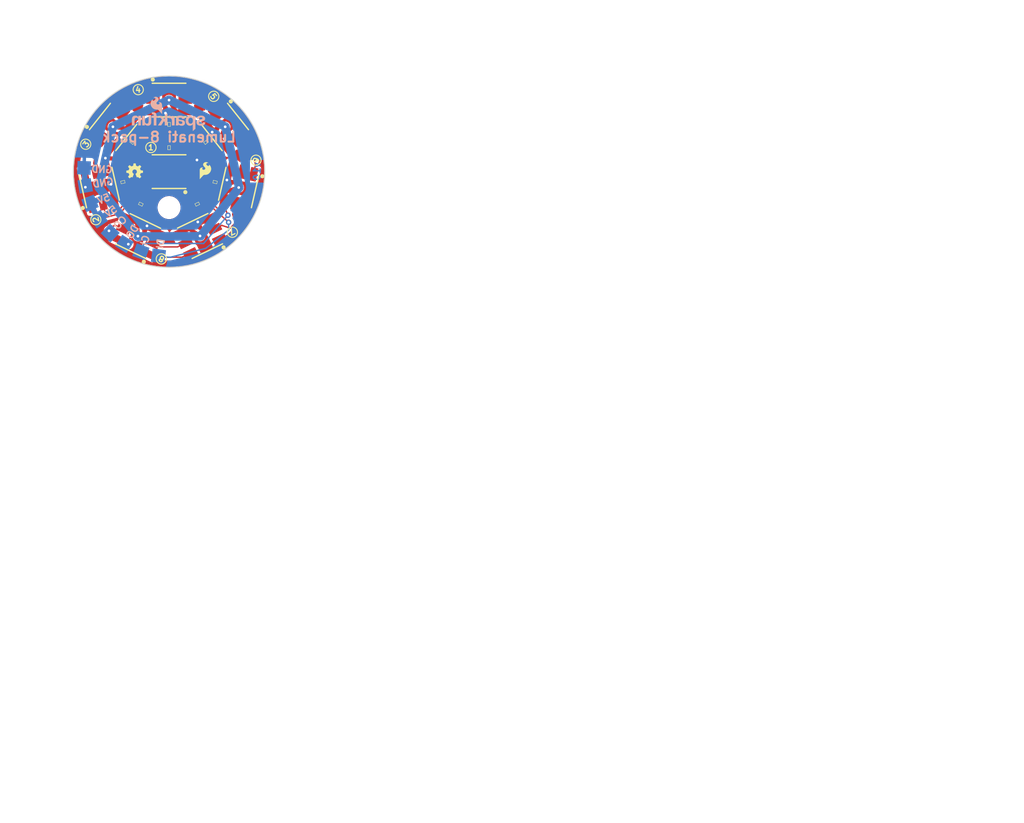
<source format=kicad_pcb>
(kicad_pcb (version 20221018) (generator pcbnew)
  (layers (0 "F.Cu" signal) (31 "B.Cu" signal) (34 "B.Paste" user) (35 "F.Paste" user) (36 "B.SilkS" user "B.Silkscreen") (37 "F.SilkS" user "F.Silkscreen") (38 "B.Mask" user) (39 "F.Mask" user) (44 "Edge.Cuts" user))
  (net 0 "")
  (net 1 "+5V")
  (net 2 "GND")
  (net 3 "Net-(J1-Pad1)")
  (net 4 "Net-(J2-Pad1)")
  (net 5 "Net-(J5-Pad1)")
  (net 6 "Net-(J6-Pad1)")
  (net 7 "Net-(LED1-Pad6)")
  (net 8 "Net-(LED1-Pad5)")
  (net 9 "Net-(LED2-Pad5)")
  (net 10 "Net-(LED2-Pad6)")
  (net 11 "Net-(LED3-Pad6)")
  (net 12 "Net-(LED3-Pad5)")
  (net 13 "Net-(LED4-Pad5)")
  (net 14 "Net-(LED4-Pad6)")
  (net 15 "Net-(LED5-Pad6)")
  (net 16 "Net-(LED5-Pad5)")
  (net 17 "Net-(LED6-Pad5)")
  (net 18 "Net-(LED6-Pad6)")
  (net 19 "Net-(LED7-Pad6)")
  (net 20 "Net-(LED7-Pad5)")
  (footprint "Pete:0603_revised" (layer "F.Cu") (at 146.685 94.234)
    (fp_text reference "C1" hide)
    (fp_text value "C" hide)
    (pad "1" smd rect (at -0.84836 0) (size 1.09982 0.99822) (layers "F.Cu" "F.Paste" "F.Mask") (net 1 "+5V"))
    (pad "2" smd rect (at 0.84836 0) (size 1.09982 0.99822) (layers "F.Cu" "F.Paste" "F.Mask") (net 2 "GND"))
  )
  (footprint "Pete:0603_revised" (layer "F.Cu") (at 139.827 99.3394 -77.2)
    (fp_text reference "C2" hide)
    (fp_text value "C" hide)
    (pad "1" smd rect (at -0.84836 0 282.8) (size 1.09982 0.99822) (layers "F.Cu" "F.Paste" "F.Mask") (net 1 "+5V"))
    (pad "2" smd rect (at 0.84836 0 282.8) (size 1.09982 0.99822) (layers "F.Cu" "F.Paste" "F.Mask") (net 2 "GND"))
  )
  (footprint "Pete:0603_revised" (layer "F.Cu") (at 141.1986 93.4212 -128.5)
    (fp_text reference "C3" hide)
    (fp_text value "C" hide)
    (pad "1" smd rect (at -0.84836 -0.000001 231.5) (size 1.09982 0.99822) (layers "F.Cu" "F.Paste" "F.Mask") (net 1 "+5V"))
    (pad "2" smd rect (at 0.84836 0.000001 231.5) (size 1.09982 0.99822) (layers "F.Cu" "F.Paste" "F.Mask") (net 2 "GND"))
  )
  (footprint "Pete:0603_revised" (layer "F.Cu") (at 146.685 90.7796 180)
    (fp_text reference "C4" hide)
    (fp_text value "C" hide)
    (pad "1" smd rect (at -0.84836 0 180) (size 1.09982 0.99822) (layers "F.Cu" "F.Paste" "F.Mask") (net 1 "+5V"))
    (pad "2" smd rect (at 0.84836 0 180) (size 1.09982 0.99822) (layers "F.Cu" "F.Paste" "F.Mask") (net 2 "GND"))
  )
  (footprint "Pete:0603_revised" (layer "F.Cu") (at 152.1714 93.4212 128.5)
    (fp_text reference "C5" hide)
    (fp_text value "C" hide)
    (pad "1" smd rect (at -0.84836 0.000001 128.5) (size 1.09982 0.99822) (layers "F.Cu" "F.Paste" "F.Mask") (net 1 "+5V"))
    (pad "2" smd rect (at 0.84836 -0.000001 128.5) (size 1.09982 0.99822) (layers "F.Cu" "F.Paste" "F.Mask") (net 2 "GND"))
  )
  (footprint "Pete:0603_revised" (layer "F.Cu") (at 153.5176 99.3394 77.2)
    (fp_text reference "C6" hide)
    (fp_text value "C" hide)
    (pad "1" smd rect (at -0.84836 0 77.2) (size 1.09982 0.99822) (layers "F.Cu" "F.Paste" "F.Mask") (net 1 "+5V"))
    (pad "2" smd rect (at 0.84836 0 77.2) (size 1.09982 0.99822) (layers "F.Cu" "F.Paste" "F.Mask") (net 2 "GND"))
  )
  (footprint "Pete:0603_revised" (layer "F.Cu") (at 150.876 102.616 -64.3)
    (fp_text reference "C7" hide)
    (fp_text value "C" hide)
    (pad "1" smd rect (at -0.84836 0 295.7) (size 1.09982 0.99822) (layers "F.Cu" "F.Paste" "F.Mask") (net 1 "+5V"))
    (pad "2" smd rect (at 0.84836 0 295.7) (size 1.09982 0.99822) (layers "F.Cu" "F.Paste" "F.Mask") (net 2 "GND"))
  )
  (footprint "Pete:0603_revised" (layer "F.Cu") (at 142.494 102.616 64.3)
    (fp_text reference "C8" hide)
    (fp_text value "C" hide)
    (pad "1" smd rect (at -0.84836 0 64.3) (size 1.09982 0.99822) (layers "F.Cu" "F.Paste" "F.Mask") (net 1 "+5V"))
    (pad "2" smd rect (at 0.84836 0 64.3) (size 1.09982 0.99822) (layers "F.Cu" "F.Paste" "F.Mask") (net 2 "GND"))
  )
  (footprint "Pete:APA102_3" (layer "F.Cu") (at 146.685 97.79)
    (fp_text reference "U1" hide)
    (fp_text value "APA102" hide)
    (pad "1" smd rect (at 2.4 1.7) (size 2 1.1) (layers "F.Cu" "F.Paste" "F.Mask") (net 4 "Net-(J2-Pad1)"))
    (pad "2" smd rect (at 2.399998 0) (size 2 1.1) (layers "F.Cu" "F.Paste" "F.Mask") (net 3 "Net-(J1-Pad1)"))
    (pad "3" smd rect (at 2.4 -1.700001) (size 2 1.1) (layers "F.Cu" "F.Paste" "F.Mask") (net 2 "GND"))
    (pad "4" smd rect (at -2.4 -1.7 180) (size 2 1.1) (layers "F.Cu" "F.Paste" "F.Mask") (net 1 "+5V"))
    (pad "5" smd rect (at -2.399998 0 180) (size 2 1.1) (layers "F.Cu" "F.Paste" "F.Mask") (net 8 "Net-(LED1-Pad5)"))
    (pad "6" smd rect (at -2.4 1.700001 180) (size 2 1.1) (layers "F.Cu" "F.Paste" "F.Mask") (net 7 "Net-(LED1-Pad6)"))
  )
  (footprint "Pete:APA102_3" (layer "F.Cu") (at 136.3218 100.1522 -77.2)
    (fp_text reference "U2" hide)
    (fp_text value "APA102" hide)
    (pad "1" smd rect (at 2.4 1.700001 282.8) (size 2 1.1) (layers "F.Cu" "F.Paste" "F.Mask") (net 7 "Net-(LED1-Pad6)"))
    (pad "2" smd rect (at 2.399998 0 282.8) (size 2 1.1) (layers "F.Cu" "F.Paste" "F.Mask") (net 8 "Net-(LED1-Pad5)"))
    (pad "3" smd rect (at 2.4 -1.700001 282.8) (size 2 1.1) (layers "F.Cu" "F.Paste" "F.Mask") (net 2 "GND"))
    (pad "4" smd rect (at -2.4 -1.700001 102.8) (size 2 1.1) (layers "F.Cu" "F.Paste" "F.Mask") (net 1 "+5V"))
    (pad "5" smd rect (at -2.399998 0 102.8) (size 2 1.1) (layers "F.Cu" "F.Paste" "F.Mask") (net 9 "Net-(LED2-Pad5)"))
    (pad "6" smd rect (at -2.4 1.700001 102.8) (size 2 1.1) (layers "F.Cu" "F.Paste" "F.Mask") (net 10 "Net-(LED2-Pad6)"))
  )
  (footprint "Pete:APA102_3" (layer "F.Cu") (at 138.3792 91.1606 -128.5)
    (fp_text reference "U3" hide)
    (fp_text value "APA102" hide)
    (pad "1" smd rect (at 2.4 1.7 231.5) (size 2 1.1) (layers "F.Cu" "F.Paste" "F.Mask") (net 10 "Net-(LED2-Pad6)"))
    (pad "2" smd rect (at 2.399998 0 231.5) (size 2 1.1) (layers "F.Cu" "F.Paste" "F.Mask") (net 9 "Net-(LED2-Pad5)"))
    (pad "3" smd rect (at 2.4 -1.700001 231.5) (size 2 1.1) (layers "F.Cu" "F.Paste" "F.Mask") (net 2 "GND"))
    (pad "4" smd rect (at -2.4 -1.7 51.5) (size 2 1.1) (layers "F.Cu" "F.Paste" "F.Mask") (net 1 "+5V"))
    (pad "5" smd rect (at -2.399998 0 51.5) (size 2 1.1) (layers "F.Cu" "F.Paste" "F.Mask") (net 12 "Net-(LED3-Pad5)"))
    (pad "6" smd rect (at -2.4 1.700001 51.5) (size 2 1.1) (layers "F.Cu" "F.Paste" "F.Mask") (net 11 "Net-(LED3-Pad6)"))
  )
  (footprint "Pete:APA102_3" (layer "F.Cu") (at 146.685 87.1728 180)
    (fp_text reference "U4" hide)
    (fp_text value "APA102" hide)
    (pad "1" smd rect (at 2.4 1.7 180) (size 2 1.1) (layers "F.Cu" "F.Paste" "F.Mask") (net 11 "Net-(LED3-Pad6)"))
    (pad "2" smd rect (at 2.399998 0 180) (size 2 1.1) (layers "F.Cu" "F.Paste" "F.Mask") (net 12 "Net-(LED3-Pad5)"))
    (pad "3" smd rect (at 2.4 -1.700001 180) (size 2 1.1) (layers "F.Cu" "F.Paste" "F.Mask") (net 2 "GND"))
    (pad "4" smd rect (at -2.4 -1.7) (size 2 1.1) (layers "F.Cu" "F.Paste" "F.Mask") (net 1 "+5V"))
    (pad "5" smd rect (at -2.399998 0) (size 2 1.1) (layers "F.Cu" "F.Paste" "F.Mask") (net 13 "Net-(LED4-Pad5)"))
    (pad "6" smd rect (at -2.4 1.700001) (size 2 1.1) (layers "F.Cu" "F.Paste" "F.Mask") (net 14 "Net-(LED4-Pad6)"))
  )
  (footprint "Pete:APA102_3" (layer "F.Cu") (at 154.9654 91.1606 128.5)
    (fp_text reference "U5" hide)
    (fp_text value "APA102" hide)
    (pad "1" smd rect (at 2.399999 1.7 128.5) (size 2 1.1) (layers "F.Cu" "F.Paste" "F.Mask") (net 14 "Net-(LED4-Pad6)"))
    (pad "2" smd rect (at 2.399998 0 128.5) (size 2 1.1) (layers "F.Cu" "F.Paste" "F.Mask") (net 13 "Net-(LED4-Pad5)"))
    (pad "3" smd rect (at 2.4 -1.700001 128.5) (size 2 1.1) (layers "F.Cu" "F.Paste" "F.Mask") (net 2 "GND"))
    (pad "4" smd rect (at -2.399999 -1.7 308.5) (size 2 1.1) (layers "F.Cu" "F.Paste" "F.Mask") (net 1 "+5V"))
    (pad "5" smd rect (at -2.399998 0 308.5) (size 2 1.1) (layers "F.Cu" "F.Paste" "F.Mask") (net 16 "Net-(LED5-Pad5)"))
    (pad "6" smd rect (at -2.4 1.700001 308.5) (size 2 1.1) (layers "F.Cu" "F.Paste" "F.Mask") (net 15 "Net-(LED5-Pad6)"))
  )
  (footprint "Pete:APA102_3" (layer "F.Cu") (at 157.0228 100.1522 77.2)
    (fp_text reference "U6" hide)
    (fp_text value "APA102" hide)
    (pad "1" smd rect (at 2.4 1.7 77.2) (size 2 1.1) (layers "F.Cu" "F.Paste" "F.Mask") (net 15 "Net-(LED5-Pad6)"))
    (pad "2" smd rect (at 2.399998 0 77.2) (size 2 1.1) (layers "F.Cu" "F.Paste" "F.Mask") (net 16 "Net-(LED5-Pad5)"))
    (pad "3" smd rect (at 2.4 -1.700001 77.2) (size 2 1.1) (layers "F.Cu" "F.Paste" "F.Mask") (net 2 "GND"))
    (pad "4" smd rect (at -2.4 -1.7 257.2) (size 2 1.1) (layers "F.Cu" "F.Paste" "F.Mask") (net 1 "+5V"))
    (pad "5" smd rect (at -2.399998 0 257.2) (size 2 1.1) (layers "F.Cu" "F.Paste" "F.Mask") (net 17 "Net-(LED6-Pad5)"))
    (pad "6" smd rect (at -2.4 1.700001 257.2) (size 2 1.1) (layers "F.Cu" "F.Paste" "F.Mask") (net 18 "Net-(LED6-Pad6)"))
  )
  (footprint "Pete:APA102_3" (layer "F.Cu") (at 151.2824 107.3404 25.7)
    (fp_text reference "U7" hide)
    (fp_text value "APA102" hide)
    (pad "1" smd rect (at 2.4 1.7 25.7) (size 2 1.1) (layers "F.Cu" "F.Paste" "F.Mask") (net 18 "Net-(LED6-Pad6)"))
    (pad "2" smd rect (at 2.399998 0 25.7) (size 2 1.1) (layers "F.Cu" "F.Paste" "F.Mask") (net 17 "Net-(LED6-Pad5)"))
    (pad "3" smd rect (at 2.4 -1.700001 25.7) (size 2 1.1) (layers "F.Cu" "F.Paste" "F.Mask") (net 2 "GND"))
    (pad "4" smd rect (at -2.4 -1.7 205.7) (size 2 1.1) (layers "F.Cu" "F.Paste" "F.Mask") (net 1 "+5V"))
    (pad "5" smd rect (at -2.399998 0 205.7) (size 2 1.1) (layers "F.Cu" "F.Paste" "F.Mask") (net 20 "Net-(LED7-Pad5)"))
    (pad "6" smd rect (at -2.4 1.700001 205.7) (size 2 1.1) (layers "F.Cu" "F.Paste" "F.Mask") (net 19 "Net-(LED7-Pad6)"))
  )
  (footprint "Pete:APA102_3" (layer "F.Cu") (at 142.0876 107.3658 -25.7)
    (fp_text reference "U8" hide)
    (fp_text value "APA102" hide)
    (pad "1" smd rect (at 2.4 1.7 334.3) (size 2 1.1) (layers "F.Cu" "F.Paste" "F.Mask") (net 19 "Net-(LED7-Pad6)"))
    (pad "2" smd rect (at 2.399998 0 334.3) (size 2 1.1) (layers "F.Cu" "F.Paste" "F.Mask") (net 20 "Net-(LED7-Pad5)"))
    (pad "3" smd rect (at 2.4 -1.700001 334.3) (size 2 1.1) (layers "F.Cu" "F.Paste" "F.Mask") (net 2 "GND"))
    (pad "4" smd rect (at -2.4 -1.7 154.3) (size 2 1.1) (layers "F.Cu" "F.Paste" "F.Mask") (net 1 "+5V"))
    (pad "5" smd rect (at -2.399998 0 154.3) (size 2 1.1) (layers "F.Cu" "F.Paste" "F.Mask") (net 5 "Net-(J5-Pad1)"))
    (pad "6" smd rect (at -2.4 1.700001 154.3) (size 2 1.1) (layers "F.Cu" "F.Paste" "F.Mask") (net 6 "Net-(J6-Pad1)"))
  )
  (footprint "Pete:line" (layer "F.Cu") (at 146.685 97.79 51.4)
    (fp_text reference "REF**" hide)
    (fp_text value "line" hide)
  )
  (footprint "Pete:line" (layer "F.Cu") (at 146.685 97.79 -51.4)
    (fp_text reference "REF**" hide)
    (fp_text value "line" hide)
  )
  (footprint "Pete:line" (layer "F.Cu") (at 146.685 97.79)
    (fp_text reference "REF**" hide)
    (fp_text value "line" hide)
  )
  (footprint "Pete:line" (layer "F.Cu") (at 146.685 97.79)
    (fp_text reference "REF**" hide)
    (fp_text value "line" hide)
  )
  (footprint "Pete:line" (layer "F.Cu") (at 146.685 97.79 154.3)
    (fp_text reference "REF**" hide)
    (fp_text value "line" hide)
  )
  (footprint "Pete:line" (layer "F.Cu") (at 146.685 97.79 102.8)
    (fp_text reference "REF**" hide)
    (fp_text value "line" hide)
  )
  (footprint "SparkFun:SFE_LOGO_FLAME_.1" (layer "F.Cu") (at 150.9268 99.2632)
    (fp_text reference "" (at 0 0) (layer "F.SilkS") (effects (font (size 1.524 1.524))))
    (fp_text value "" (at 0 0) (layer "F.SilkS") (effects (font (size 1.524 1.524))))
  )
  (footprint "SparkFun:OSHW-LOGO-MINI" (layer "F.Cu") (at 141.5796 97.79)
    (fp_text reference "" (at 0 0) (layer "F.SilkS") (effects (font (size 1.524 1.524))))
    (fp_text value "" (at 0 0) (layer "F.SilkS") (effects (font (size 1.524 1.524))))
  )
  (footprint "SparkFun:FIDUCIAL-MICRO" (layer "F.Cu") (at 133.5532 94.8944)
    (fp_text reference "" (at 0 0) (layer "F.SilkS") (effects (font (size 1.524 1.524))))
    (fp_text value "" (at 0 0) (layer "F.SilkS") (effects (font (size 1.524 1.524))))
    (pad "1" smd circle (at 0 0) (size 0.635 0.635) (layers "F.Cu" "F.Paste" "F.Mask"))
  )
  (footprint "SparkFun:FIDUCIAL-MICRO" (layer "F.Cu") (at 159.766 94.615)
    (fp_text reference "" (at 0 0) (layer "F.SilkS") (effects (font (size 1.524 1.524))))
    (fp_text value "" (at 0 0) (layer "F.SilkS") (effects (font (size 1.524 1.524))))
    (pad "1" smd circle (at 0 0) (size 0.635 0.635) (layers "F.Cu" "F.Paste" "F.Mask"))
  )
  (footprint "Pete:STAND-OFF_115" (layer "F.Cu") (at 146.685 103.124)
    (fp_text reference "Ref**" hide)
    (fp_text value "Val**" hide)
    (pad "" np_thru_hole circle (at 0 0) (size 2.921 2.921) (drill 2.921) (layers "*.Cu" "*.Mask"))
  )
  (footprint "Pete:solder_pad_2" (layer "B.Cu") (at 142.494 109.7026 -20)
    (fp_text reference "J1" hide)
    (fp_text value "M01PTH")
    (pad "1" smd rect (at 0 0 340) (size 2 2) (layers "B.Cu" "B.Paste" "B.Mask") (net 3 "Net-(J1-Pad1)"))
  )
  (footprint "Pete:solder_pad_2" (layer "B.Cu") (at 145.1102 110.3122 -8)
    (fp_text reference "J2" hide)
    (fp_text value "M01PTH")
    (pad "1" smd rect (at 0 0 352) (size 2 2) (layers "B.Cu" "B.Paste" "B.Mask") (net 4 "Net-(J2-Pad1)"))
  )
  (footprint "Pete:solder_pad_2" (layer "B.Cu") (at 136.2202 104.8512 -56)
    (fp_text reference "J3" hide)
    (fp_text value "M01PTH")
    (pad "1" smd rect (at 0 0 304) (size 2 2) (layers "B.Cu" "B.Paste" "B.Mask") (net 1 "+5V"))
  )
  (footprint "Pete:solder_pad_2" (layer "B.Cu") (at 134.239 99.8982 -80)
    (fp_text reference "J4" hide)
    (fp_text value "M01PTH")
    (pad "1" smd rect (at 0 0 280) (size 2 2) (layers "B.Cu" "B.Paste" "B.Mask") (net 2 "GND"))
  )
  (footprint "Pete:solder_pad_2" (layer "B.Cu") (at 137.9474 106.9086 -44)
    (fp_text reference "J5" hide)
    (fp_text value "M01PTH")
    (pad "1" smd rect (at 0 0 316) (size 2 2) (layers "B.Cu" "B.Paste" "B.Mask") (net 5 "Net-(J5-Pad1)"))
  )
  (footprint "Pete:solder_pad_2" (layer "B.Cu") (at 140.0556 108.5342 -32)
    (fp_text reference "J6" hide)
    (fp_text value "M01PTH")
    (pad "1" smd rect (at 0 0 328) (size 2 2) (layers "B.Cu" "B.Paste" "B.Mask") (net 6 "Net-(J6-Pad1)"))
  )
  (footprint "Pete:line" (layer "B.Cu") (at 146.685 97.79 77.2)
    (fp_text reference "REF**" hide)
    (fp_text value "line" hide)
  )
  (footprint "Pete:line" (layer "B.Cu") (at 146.685 97.79 25.7)
    (fp_text reference "REF**" hide)
    (fp_text value "line" hide)
  )
  (footprint "Pete:solder_pad_2" (layer "B.Cu") (at 134.9502 102.489 -68)
    (fp_text reference "J7" hide)
    (fp_text value "M01PTH")
    (pad "1" smd rect (at 0 0 292) (size 2 2) (layers "B.Cu" "B.Paste" "B.Mask") (net 1 "+5V"))
  )
  (footprint "Pete:solder_pad_2" (layer "B.Cu") (at 134.0612 97.2312 -92)
    (fp_text reference "J8" hide)
    (fp_text value "M01PTH")
    (pad "1" smd rect (at 0 0 268) (size 2 2) (layers "B.Cu" "B.Paste" "B.Mask") (net 2 "GND"))
  )
  (footprint "SparkFun:SFE_LOGO_NAME_FLAME_.1" (layer "B.Cu") (at 152.5016 91.8718 180)
    (fp_text reference "" (at 0 0 180) (layer "B.SilkS") (effects (font (size 1.524 1.524)) (justify mirror)))
    (fp_text value "" (at 0 0 180) (layer "B.SilkS") (effects (font (size 1.524 1.524)) (justify mirror)))
  )
  (gr_circle (center 135.8138 104.9274) (end 136.3218 105.4862) (stroke (width 0.15)) (fill none) (layer "F.SilkS"))
  (gr_circle (center 134.3152 93.726) (end 134.8994 94.2086) (stroke (width 0.15)) (fill none) (layer "F.SilkS"))
  (gr_circle (center 142.113 85.6234) (end 142.6972 86.106) (stroke (width 0.15)) (fill none) (layer "F.SilkS"))
  (gr_circle (center 143.9926 94.2086) (end 144.6276 94.6404) (stroke (width 0.15)) (fill none) (layer "F.SilkS"))
  (gr_circle (center 153.3144 86.614) (end 154.0256 86.8934) (stroke (width 0.15)) (fill none) (layer "F.SilkS"))
  (gr_circle (center 159.5882 96.0882) (end 160.274 96.393) (stroke (width 0.15)) (fill none) (layer "F.SilkS"))
  (gr_circle (center 156.083 106.7816) (end 156.7434 107.1626) (stroke (width 0.15)) (fill none) (layer "F.SilkS"))
  (gr_circle (center 145.542 110.744) (end 146.177 111.1758) (stroke (width 0.15)) (fill none) (layer "F.SilkS"))
  (gr_circle (center 146.685 97.79) (end 157.226 107.315) (stroke (width 0.15)) (fill none) (layer "Edge.Cuts"))
  (gr_text "v10" (at 159.7406 97.7646 90) (layer "B.Cu") (effects (font (size 1.016 1.016) (thickness 0.2032)) (justify mirror)))
  (gr_text "GND" (at 136.7282 97.4598 -2) (layer "B.SilkS") (effects (font (size 1.016 1.016) (thickness 0.2032)) (justify mirror)))
  (gr_text "5V" (at 136.9822 101.854 22) (layer "B.SilkS") (effects (font (size 1.016 1.016) (thickness 0.2032)) (justify mirror)))
  (gr_text "5V" (at 138.049 103.7082 34) (layer "B.SilkS") (effects (font (size 1.016 1.016) (thickness 0.2032)) (justify mirror)))
  (gr_text "GND" (at 136.8806 99.441 10) (layer "B.SilkS") (effects (font (size 1.016 1.016) (thickness 0.2032)) (justify mirror)))
  (gr_text "CO" (at 139.446 105.3592 46) (layer "B.SilkS") (effects (font (size 1.016 1.016) (thickness 0.2032)) (justify mirror)))
  (gr_text "CI" (at 143.129 108.0008 70) (layer "B.SilkS") (effects (font (size 1.016 1.016) (thickness 0.2032)) (justify mirror)))
  (gr_text "DO" (at 141.2494 106.7308 58) (layer "B.SilkS") (effects (font (size 1.016 1.016) (thickness 0.2032)) (justify mirror)))
  (gr_text "Lumenati 8-pack" (at 146.685 92.6592) (layer "B.SilkS") (effects (font (size 1.5 1.5) (thickness 0.3)) (justify mirror)))
  (gr_text "DI" (at 145.415 108.5088 82) (layer "B.SilkS") (effects (font (size 1.016 1.016) (thickness 0.2032)) (justify mirror)))
  (gr_text "2" (at 135.8392 104.902 102.8) (layer "F.SilkS") (effects (font (size 0.8128 0.8128) (thickness 0.1778))))
  (gr_text "3" (at 134.3914 93.726 51.5) (layer "F.SilkS") (effects (font (size 0.8128 0.8128) (thickness 0.1778))))
  (gr_text "4" (at 142.0876 85.6488) (layer "F.SilkS") (effects (font (size 0.8128 0.8128) (thickness 0.1778))))
  (gr_text "5" (at 153.2636 86.6394 308.5) (layer "F.SilkS") (effects (font (size 0.8128 0.8128) (thickness 0.1778))))
  (gr_text "6" (at 159.5628 96.0882 257.2) (layer "F.SilkS") (effects (font (size 0.8128 0.8128) (thickness 0.1778))))
  (gr_text "7" (at 156.0322 106.7054 205.7) (layer "F.SilkS") (effects (font (size 0.8128 0.8128) (thickness 0.1778))))
  (gr_text "8" (at 145.5674 110.7186 154.3) (layer "F.SilkS") (effects (font (size 0.8128 0.8128) (thickness 0.1778))))
  (gr_text "1" (at 143.9926 94.2086) (layer "F.SilkS") (effects (font (size 0.8128 0.8128) (thickness 0.1778))))
  (segment (start 154.83333 102.115926) (end 153.5684 101.8032) (width 0.3048) (layer "F.Cu") (net 1))
  (segment (start 153.5684 101.8032) (end 153.0858 101.1936) (width 0.3048) (layer "F.Cu") (net 1))
  (segment (start 153.0858 101.1936) (end 153.329647 100.166678) (width 0.3048) (layer "F.Cu") (net 1))
  (segment (start 155.129001 94.097134) (end 154.2288 94.7928) (width 0.3048) (layer "F.Cu") (net 1))
  (segment (start 154.2288 94.7928) (end 153.3652 94.8944) (width 0.3048) (layer "F.Cu") (net 1))
  (segment (start 153.3652 94.8944) (end 152.699517 94.085133) (width 0.3048) (layer "F.Cu") (net 1))
  (segment (start 149.085 88.8728) (end 149.098 90.0176) (width 0.3048) (layer "F.Cu") (net 1))
  (segment (start 149.098 90.0176) (end 148.59 90.7796) (width 0.3048) (layer "F.Cu") (net 1))
  (segment (start 148.59 90.7796) (end 147.53336 90.7796) (width 0.3048) (layer "F.Cu") (net 1))
  (segment (start 141.203669 90.340615) (end 142.0876 91.059) (width 0.3048) (layer "F.Cu") (net 1))
  (segment (start 142.0876 91.059) (end 142.3924 91.948) (width 0.3048) (layer "F.Cu") (net 1))
  (segment (start 142.3924 91.948) (end 141.726717 92.757267) (width 0.3048) (layer "F.Cu") (net 1))
  (segment (start 137.447838 97.435209) (end 138.557 97.155) (width 0.3048) (layer "F.Cu") (net 1))
  (segment (start 138.557 97.155) (end 139.4206 97.4852) (width 0.3048) (layer "F.Cu") (net 1))
  (segment (start 139.4206 97.4852) (end 139.639047 98.512122) (width 0.3048) (layer "F.Cu") (net 1))
  (segment (start 141.203669 90.340615) (end 140.2842 91.3892) (width 0.6096) (layer "F.Cu") (net 1))
  (segment (start 140.2842 91.3892) (end 138.3538 91.1352) (width 0.6096) (layer "F.Cu") (net 1))
  (segment (start 149.085 88.8728) (end 147.701 88.8746) (width 0.6096) (layer "F.Cu") (net 1))
  (segment (start 147.701 88.8746) (end 146.685 87.1728) (width 0.6096) (layer "F.Cu") (net 1))
  (segment (start 155.129001 94.097134) (end 154.2796 92.9894) (width 0.6096) (layer "F.Cu") (net 1))
  (segment (start 154.2796 92.9894) (end 155.0162 91.1352) (width 0.6096) (layer "F.Cu") (net 1))
  (segment (start 154.83333 102.115926) (end 155.1686 100.7618) (width 0.6096) (layer "F.Cu") (net 1))
  (segment (start 155.1686 100.7618) (end 157.0228 100.1522) (width 0.6096) (layer "F.Cu") (net 1))
  (segment (start 148.382595 106.849351) (end 149.619135 106.301539) (width 0.6096) (layer "F.Cu") (net 1))
  (segment (start 149.6822 106.2736) (end 151.2824 107.3404) (width 0.6096) (layer "F.Cu") (net 1))
  (segment (start 140.662236 104.793187) (end 141.9352 105.41) (width 0.6096) (layer "F.Cu") (net 1))
  (segment (start 141.9352 105.41) (end 142.0622 107.3658) (width 0.6096) (layer "F.Cu") (net 1))
  (segment (start 144.285 94.9068) (end 144.9578 94.234) (width 0.4064) (layer "F.Cu") (net 1))
  (segment (start 144.9578 94.234) (end 145.83664 94.234) (width 0.4064) (layer "F.Cu") (net 1))
  (segment (start 137.447838 97.435209) (end 137.1346 96.0628) (width 0.6096) (layer "F.Cu") (net 1))
  (segment (start 137.1346 96.0628) (end 137.2362 95.7834) (width 0.6096) (layer "F.Cu") (net 1))
  (segment (start 144.285 96.09) (end 142.5448 96.0882) (width 0.6096) (layer "F.Cu") (net 1))
  (segment (start 142.5448 96.0882) (end 137.2362 95.7834) (width 0.6096) (layer "F.Cu") (net 1))
  (segment (start 142.126101 103.380438) (end 141.8336 103.9876) (width 0.4064) (layer "F.Cu") (net 1))
  (segment (start 141.8336 103.9876) (end 141.097 104.1654) (width 0.4064) (layer "F.Cu") (net 1))
  (segment (start 141.097 104.1654) (end 140.9192 104.2162) (width 0.4064) (layer "F.Cu") (net 1))
  (segment (start 140.9192 104.2162) (end 140.662236 104.793187) (width 0.4064) (layer "F.Cu") (net 1))
  (segment (start 149.619135 106.301539) (end 149.6822 106.2736) (width 0.6096) (layer "F.Cu") (net 1))
  (segment (start 149.619135 106.301539) (end 149.6314 102.2858) (width 0.4064) (layer "F.Cu") (net 1))
  (segment (start 149.6314 102.2858) (end 150.508101 101.851562) (width 0.4064) (layer "F.Cu") (net 1))
  (segment (start 144.285 96.09) (end 144.285 94.9068) (width 0.4064) (layer "F.Cu") (net 1))
  (via (at 151.2824 107.3404) (size 0.8) (drill 0.4) (layers "F.Cu" "B.Cu") (net 1))
  (via (at 142.0622 107.3658) (size 0.8) (drill 0.4) (layers "F.Cu" "B.Cu") (net 1))
  (via (at 155.0162 91.1352) (size 0.8) (drill 0.4) (layers "F.Cu" "B.Cu") (net 1))
  (via (at 137.2362 95.7834) (size 0.8) (drill 0.4) (layers "F.Cu" "B.Cu") (net 1))
  (via (at 138.3538 91.1352) (size 0.8) (drill 0.4) (layers "F.Cu" "B.Cu") (net 1))
  (via (at 146.685 87.1728) (size 0.8) (drill 0.4) (layers "F.Cu" "B.Cu") (net 1))
  (via (at 157.0228 100.1522) (size 0.8) (drill 0.4) (layers "F.Cu" "B.Cu") (net 1))
  (segment (start 146.685 87.122) (end 146.704745 87.131422) (width 1.27) (layer "B.Cu") (net 1))
  (segment (start 155.0416 91.1098) (end 157.099 100.1522) (width 1.27) (layer "B.Cu") (net 1))
  (segment (start 157.099 100.1522) (end 151.338238 107.384875) (width 1.27) (layer "B.Cu") (net 1))
  (segment (start 151.3332 107.3912) (end 142.062339 107.4166) (width 1.27) (layer "B.Cu") (net 1))
  (segment (start 142.0622 107.4166) (end 138.6332 103.13035) (width 1.27) (layer "B.Cu") (net 1))
  (segment (start 136.271 100.1776) (end 137.266446 95.790264) (width 1.27) (layer "B.Cu") (net 1))
  (segment (start 138.3284 91.1098) (end 146.685 87.122) (width 1.27) (layer "B.Cu") (net 1))
  (segment (start 138.3538 91.1352) (end 138.324163 91.128476) (width 0.6096) (layer "B.Cu") (net 1))
  (segment (start 138.324163 91.128476) (end 138.324163 91.128474) (width 0.6096) (layer "B.Cu") (net 1))
  (segment (start 138.324163 91.128474) (end 138.3284 91.1098) (width 1.27) (layer "B.Cu") (net 1))
  (segment (start 146.685 87.1728) (end 146.704745 87.131423) (width 0.6096) (layer "B.Cu") (net 1))
  (segment (start 146.704745 87.131423) (end 146.704745 87.131422) (width 0.6096) (layer "B.Cu") (net 1))
  (segment (start 146.704745 87.131422) (end 155.030784 91.104639) (width 1.27) (layer "B.Cu") (net 1))
  (segment (start 155.0162 91.1352) (end 155.030784 91.104639) (width 0.6096) (layer "B.Cu") (net 1))
  (segment (start 155.030784 91.104639) (end 155.0416 91.1098) (width 1.27) (layer "B.Cu") (net 1))
  (segment (start 157.0228 100.1522) (end 157.095249 100.135716) (width 0.6096) (layer "B.Cu") (net 1))
  (segment (start 157.095249 100.135716) (end 157.099 100.1522) (width 0.6096) (layer "B.Cu") (net 1))
  (segment (start 151.2824 107.3404) (end 151.338238 107.384875) (width 0.6096) (layer "B.Cu") (net 1))
  (segment (start 151.338238 107.384875) (end 151.3332 107.3912) (width 1.27) (layer "B.Cu") (net 1))
  (segment (start 142.0622 107.3658) (end 142.062339 107.4166) (width 0.6096) (layer "B.Cu") (net 1))
  (segment (start 142.062339 107.4166) (end 142.0622 107.4166) (width 1.27) (layer "B.Cu") (net 1))
  (segment (start 136.288346 100.199282) (end 136.271 100.1776) (width 1.27) (layer "B.Cu") (net 1))
  (segment (start 137.2362 95.7834) (end 137.266446 95.790263) (width 0.6096) (layer "B.Cu") (net 1))
  (segment (start 137.266446 95.790263) (end 137.266446 95.790264) (width 0.6096) (layer "B.Cu") (net 1))
  (segment (start 137.266446 95.790264) (end 138.324163 91.128474) (width 1.27) (layer "B.Cu") (net 1))
  (segment (start 136.2202 104.8512) (end 138.762059 103.291423) (width 0.8128) (layer "B.Cu") (net 1))
  (segment (start 138.762059 103.291423) (end 138.6332 103.3272) (width 0.8128) (layer "B.Cu") (net 1))
  (segment (start 138.6332 103.3272) (end 138.6332 103.13035) (width 0.8128) (layer "B.Cu") (net 1))
  (segment (start 138.6332 103.13035) (end 137.313737 101.481021) (width 1.27) (layer "B.Cu") (net 1))
  (segment (start 136.2202 104.8512) (end 134.9502 102.489) (width 0.8128) (layer "B.Cu") (net 1))
  (segment (start 134.9502 102.489) (end 137.313737 101.481021) (width 0.8128) (layer "B.Cu") (net 1))
  (segment (start 137.313737 101.481021) (end 136.288346 100.199282) (width 1.27) (layer "B.Cu") (net 1))
  (segment (start 138.215599 94.097134) (end 138.938 94.742) (width 0.3048) (layer "F.Cu") (net 2))
  (segment (start 138.938 94.742) (end 139.954 94.869) (width 0.3048) (layer "F.Cu") (net 2))
  (segment (start 139.954 94.869) (end 140.670483 94.085133) (width 0.3048) (layer "F.Cu") (net 2))
  (segment (start 155.896762 97.435209) (end 154.7876 97.1804) (width 0.3048) (layer "F.Cu") (net 2))
  (segment (start 154.7876 97.1804) (end 153.9748 97.4852) (width 0.3048) (layer "F.Cu") (net 2))
  (segment (start 153.9748 97.4852) (end 153.705553 98.512122) (width 0.3048) (layer "F.Cu") (net 2))
  (segment (start 152.140931 90.340615) (end 151.2062 91.0082) (width 0.3048) (layer "F.Cu") (net 2))
  (segment (start 151.2062 91.0082) (end 151.003 91.8972) (width 0.3048) (layer "F.Cu") (net 2))
  (segment (start 151.003 91.8972) (end 151.643283 92.757267) (width 0.3048) (layer "F.Cu") (net 2))
  (segment (start 144.285 88.8728) (end 144.272 90.0176) (width 0.3048) (layer "F.Cu") (net 2))
  (segment (start 144.272 90.0176) (end 144.78 90.7796) (width 0.3048) (layer "F.Cu") (net 2))
  (segment (start 144.78 90.7796) (end 145.83664 90.7796) (width 0.3048) (layer "F.Cu") (net 2))
  (segment (start 138.51127 102.115926) (end 139.6238 101.854) (width 0.3048) (layer "F.Cu") (net 2))
  (segment (start 139.6238 101.854) (end 140.2334 101.1936) (width 0.3048) (layer "F.Cu") (net 2))
  (segment (start 140.2334 101.1936) (end 140.014953 100.166678) (width 0.3048) (layer "F.Cu") (net 2))
  (segment (start 138.215599 94.097134) (end 139.0904 92.9894) (width 0.6096) (layer "F.Cu") (net 2))
  (segment (start 139.0904 92.9894) (end 139.6238 92.6846) (width 0.6096) (layer "F.Cu") (net 2))
  (segment (start 139.6238 92.6846) (end 139.5984 92.71) (width 0.6096) (layer "F.Cu") (net 2))
  (segment (start 144.285 88.8728) (end 145.6944 88.8746) (width 0.6096) (layer "F.Cu") (net 2))
  (segment (start 145.6944 88.8746) (end 146.1516 89.1032) (width 0.6096) (layer "F.Cu") (net 2))
  (segment (start 152.140931 90.340615) (end 153.0604 91.4146) (width 0.6096) (layer "F.Cu") (net 2))
  (segment (start 153.0604 91.4146) (end 153.0858 91.948) (width 0.6096) (layer "F.Cu") (net 2))
  (segment (start 153.0858 91.948) (end 153.0858 91.9226) (width 0.6096) (layer "F.Cu") (net 2))
  (segment (start 155.896762 97.435209) (end 155.6004 98.806) (width 0.6096) (layer "F.Cu") (net 2))
  (segment (start 155.6004 98.806) (end 155.2702 99.0346) (width 0.6096) (layer "F.Cu") (net 2))
  (segment (start 152.707764 104.767787) (end 151.4348 105.3846) (width 0.6096) (layer "F.Cu") (net 2))
  (segment (start 151.4348 105.3846) (end 150.9522 105.2576) (width 0.6096) (layer "F.Cu") (net 2))
  (segment (start 149.085 94.9576) (end 148.3614 94.234) (width 0.4064) (layer "F.Cu") (net 2))
  (segment (start 148.3614 94.234) (end 147.53336 94.234) (width 0.4064) (layer "F.Cu") (net 2))
  (segment (start 144.987405 106.874751) (end 143.5608 106.1974) (width 0.6096) (layer "F.Cu") (net 2))
  (segment (start 143.5608 106.1974) (end 143.4084 105.8418) (width 0.6096) (layer "F.Cu") (net 2))
  (segment (start 138.51127 102.115926) (end 138.176 100.6602) (width 0.6096) (layer "F.Cu") (net 2))
  (segment (start 138.176 100.6602) (end 138.0744 99.6696) (width 0.6096) (layer "F.Cu") (net 2))
  (segment (start 149.085 96.09) (end 150.8252 96.0628) (width 0.6096) (layer "F.Cu") (net 2))
  (segment (start 142.861899 101.851562) (end 143.5354 102.1842) (width 0.4064) (layer "F.Cu") (net 2))
  (segment (start 143.5354 102.1842) (end 143.5354 105.2322) (width 0.4064) (layer "F.Cu") (net 2))
  (segment (start 143.5354 105.2322) (end 143.4084 105.8418) (width 0.4064) (layer "F.Cu") (net 2))
  (segment (start 134.2644 100.1014) (end 138.0744 99.6696) (width 1.016) (layer "F.Cu") (net 2))
  (segment (start 151.243899 103.380438) (end 151.5618 104.0384) (width 0.4064) (layer "F.Cu") (net 2))
  (segment (start 151.5618 104.0384) (end 152.4 104.0892) (width 0.4064) (layer "F.Cu") (net 2))
  (segment (start 152.4 104.0892) (end 152.707764 104.767787) (width 0.4064) (layer "F.Cu") (net 2))
  (segment (start 149.085 96.09) (end 149.085 94.9576) (width 0.4064) (layer "F.Cu") (net 2))
  (via (at 143.4084 105.8418) (size 0.8) (drill 0.4) (layers "F.Cu" "B.Cu") (net 2))
  (via (at 150.8252 96.0628) (size 0.8) (drill 0.4) (layers "F.Cu" "B.Cu") (net 2))
  (via (at 138.0744 99.6696) (size 0.8) (drill 0.4) (layers "F.Cu" "B.Cu") (net 2))
  (via (at 146.1516 89.1032) (size 0.8) (drill 0.4) (layers "F.Cu" "B.Cu") (net 2))
  (via (at 139.5984 92.71) (size 0.8) (drill 0.4) (layers "F.Cu" "B.Cu") (net 2))
  (via (at 150.9522 105.2576) (size 0.8) (drill 0.4) (layers "F.Cu" "B.Cu") (net 2))
  (via (at 134.2644 100.1014) (size 0.8) (drill 0.4) (layers "F.Cu" "B.Cu") (net 2))
  (via (at 155.2702 99.0346) (size 0.8) (drill 0.4) (layers "F.Cu" "B.Cu") (net 2))
  (via (at 153.0858 91.9226) (size 0.8) (drill 0.4) (layers "F.Cu" "B.Cu") (net 2))
  (segment (start 146.685 88.9) (end 153.06195 91.972107) (width 1.27) (layer "B.Cu") (net 2))
  (segment (start 153.6446 92.2528) (end 154.3812 95.496039) (width 1.27) (layer "B.Cu") (net 2))
  (segment (start 155.3464 99.7458) (end 150.93726 105.245622) (width 1.27) (layer "B.Cu") (net 2))
  (segment (start 150.5204 105.7656) (end 143.4084 105.7656) (width 1.27) (layer "B.Cu") (net 2))
  (segment (start 142.8496 105.7656) (end 138.294062 100.083165) (width 1.27) (layer "B.Cu") (net 2))
  (segment (start 138.0236 99.7458) (end 139.620425 92.715003) (width 1.27) (layer "B.Cu") (net 2))
  (segment (start 139.7254 92.2528) (end 146.685 88.9) (width 1.27) (layer "B.Cu") (net 2))
  (segment (start 138.035996 99.761262) (end 138.0236 99.7458) (width 1.27) (layer "B.Cu") (net 2))
  (segment (start 138.294062 100.083165) (end 138.035996 99.761262) (width 1.27) (layer "B.Cu") (net 2))
  (segment (start 139.5984 92.71) (end 139.620425 92.715002) (width 0.6096) (layer "B.Cu") (net 2))
  (segment (start 139.620425 92.715002) (end 139.620425 92.715003) (width 0.6096) (layer "B.Cu") (net 2))
  (segment (start 139.620425 92.715003) (end 139.7254 92.2528) (width 1.27) (layer "B.Cu") (net 2))
  (segment (start 146.1516 89.1032) (end 146.685 88.9) (width 0.6096) (layer "B.Cu") (net 2))
  (segment (start 153.0858 91.9226) (end 153.06195 91.972107) (width 0.6096) (layer "B.Cu") (net 2))
  (segment (start 153.06195 91.972107) (end 153.6446 92.2528) (width 1.27) (layer "B.Cu") (net 2))
  (segment (start 155.2702 99.0346) (end 155.189059 99.053029) (width 0.6096) (layer "B.Cu") (net 2))
  (segment (start 155.189059 99.053029) (end 155.189059 99.05303) (width 0.6096) (layer "B.Cu") (net 2))
  (segment (start 155.189059 99.05303) (end 155.3464 99.7458) (width 1.27) (layer "B.Cu") (net 2))
  (segment (start 150.9522 105.2576) (end 150.93726 105.245622) (width 0.6096) (layer "B.Cu") (net 2))
  (segment (start 150.93726 105.245622) (end 150.5204 105.7656) (width 1.27) (layer "B.Cu") (net 2))
  (segment (start 143.4084 105.8418) (end 143.4084 105.7656) (width 0.6096) (layer "B.Cu") (net 2))
  (segment (start 143.4084 105.7656) (end 142.8496 105.7656) (width 1.27) (layer "B.Cu") (net 2))
  (segment (start 138.0744 99.6696) (end 138.294062 100.083165) (width 1.27) (layer "B.Cu") (net 2))
  (segment (start 150.8252 96.0628) (end 154.295146 95.117144) (width 0.6096) (layer "B.Cu") (net 2))
  (segment (start 154.295146 95.117144) (end 154.3812 95.0976) (width 0.6096) (layer "B.Cu") (net 2))
  (segment (start 154.3812 95.0976) (end 154.3812 95.496039) (width 0.6096) (layer "B.Cu") (net 2))
  (segment (start 154.3812 95.496039) (end 155.189059 99.05303) (width 1.27) (layer "B.Cu") (net 2))
  (segment (start 134.2644 100.1014) (end 134.0612 97.2312) (width 0.8128) (layer "B.Cu") (net 2))
  (segment (start 155.4226 104.267) (end 155.1686 103.632) (width 0.2032) (layer "F.Cu") (net 3))
  (segment (start 155.1686 103.632) (end 153.8986 103.2764) (width 0.2032) (layer "F.Cu") (net 3))
  (segment (start 153.8986 103.2764) (end 152.1714 101.6508) (width 0.2032) (layer "F.Cu") (net 3))
  (segment (start 149.085 97.79) (end 150.4188 97.79) (width 0.2032) (layer "F.Cu") (net 3))
  (segment (start 150.4188 97.79) (end 151.9174 99.0854) (width 0.2032) (layer "F.Cu") (net 3))
  (segment (start 151.9174 99.0854) (end 151.9174 101.3968) (width 0.2032) (layer "F.Cu") (net 3))
  (segment (start 151.9174 101.3968) (end 152.1714 101.6508) (width 0.2032) (layer "F.Cu") (net 3))
  (via (at 155.4226 104.267) (size 0.8) (drill 0.4) (layers "F.Cu" "B.Cu") (net 3))
  (segment (start 142.494 109.7026) (end 142.9004 108.6104) (width 0.2032) (layer "B.Cu") (net 3))
  (segment (start 142.9004 108.6104) (end 143.2814 108.458) (width 0.2032) (layer "B.Cu") (net 3))
  (segment (start 143.2814 108.458) (end 151.8158 108.458) (width 0.2032) (layer "B.Cu") (net 3))
  (segment (start 151.8158 108.458) (end 155.4226 104.267) (width 0.2032) (layer "B.Cu") (net 3))
  (segment (start 150.5948 99.49) (end 151.4348 100.3808) (width 0.2032) (layer "F.Cu") (net 4))
  (segment (start 151.4348 100.3808) (end 151.4348 101.6254) (width 0.2032) (layer "F.Cu") (net 4))
  (segment (start 151.4348 101.6254) (end 155.5242 105.3084) (width 0.2032) (layer "F.Cu") (net 4))
  (segment (start 149.085 99.49) (end 150.5948 99.49) (width 0.2032) (layer "F.Cu") (net 4))
  (via (at 155.5242 105.3084) (size 0.8) (drill 0.4) (layers "F.Cu" "B.Cu") (net 4))
  (segment (start 145.1102 110.3122) (end 146.7866 110.5154) (width 0.2032) (layer "B.Cu") (net 4))
  (segment (start 146.7866 110.5154) (end 152.139999 109.170707) (width 0.2032) (layer "B.Cu") (net 4))
  (segment (start 152.139999 109.170707) (end 152.146 109.1692) (width 0.2032) (layer "B.Cu") (net 4))
  (segment (start 155.5242 105.3084) (end 155.5242 106.4514) (width 0.2032) (layer "B.Cu") (net 4))
  (segment (start 155.5242 106.4514) (end 152.139999 109.170707) (width 0.2032) (layer "B.Cu") (net 4))
  (segment (start 139.925015 106.325018) (end 138.7348 105.7656) (width 0.2032) (layer "F.Cu") (net 5))
  (segment (start 138.7348 105.7656) (end 138.0236 105.9942) (width 0.2032) (layer "F.Cu") (net 5))
  (segment (start 138.0236 105.9942) (end 137.7696 106.5784) (width 0.2032) (layer "F.Cu") (net 5))
  (via (at 137.7696 106.5784) (size 0.8) (drill 0.4) (layers "F.Cu" "B.Cu") (net 5))
  (segment (start 137.7696 106.5784) (end 137.9474 106.9086) (width 0.2032) (layer "B.Cu") (net 5))
  (segment (start 139.187795 107.856849) (end 140.6398 108.5596) (width 0.2032) (layer "F.Cu") (net 6))
  (via (at 140.6398 108.5596) (size 0.8) (drill 0.4) (layers "F.Cu" "B.Cu") (net 6))
  (segment (start 140.6398 108.5596) (end 140.0556 108.5342) (width 0.2032) (layer "B.Cu") (net 6))
  (segment (start 144.285 99.49) (end 142.9766 99.5172) (width 0.2032) (layer "F.Cu") (net 7))
  (segment (start 142.9766 99.5172) (end 139.827 103.505) (width 0.2032) (layer "F.Cu") (net 7))
  (segment (start 135.195762 102.869191) (end 135.4836 104.0892) (width 0.2032) (layer "F.Cu") (net 7))
  (segment (start 135.4836 104.0892) (end 136.525 104.775) (width 0.2032) (layer "F.Cu") (net 7))
  (segment (start 136.525 104.775) (end 139.446 104.013) (width 0.2032) (layer "F.Cu") (net 7))
  (segment (start 139.446 104.013) (end 139.827 103.505) (width 0.2032) (layer "F.Cu") (net 7))
  (segment (start 144.285 97.79) (end 143.002 97.79) (width 0.2032) (layer "F.Cu") (net 8))
  (segment (start 143.002 97.79) (end 142.392817 98.375654) (width 0.2032) (layer "F.Cu") (net 8))
  (segment (start 142.392817 98.375654) (end 142.3924 99.568) (width 0.2032) (layer "F.Cu") (net 8))
  (segment (start 142.3924 99.568) (end 139.573 103.124) (width 0.2032) (layer "F.Cu") (net 8))
  (segment (start 136.853516 102.492558) (end 137.16 103.759) (width 0.2032) (layer "F.Cu") (net 8))
  (segment (start 137.16 103.759) (end 137.668 104.013) (width 0.2032) (layer "F.Cu") (net 8))
  (segment (start 137.668 104.013) (end 139.192 103.632) (width 0.2032) (layer "F.Cu") (net 8))
  (segment (start 139.192 103.632) (end 139.573 103.124) (width 0.2032) (layer "F.Cu") (net 8))
  (segment (start 136.885165 93.03886) (end 136.017 94.107) (width 0.2032) (layer "F.Cu") (net 9))
  (segment (start 136.017 94.107) (end 135.509 96.52) (width 0.2032) (layer "F.Cu") (net 9))
  (segment (start 135.509 96.52) (end 135.790084 97.811842) (width 0.2032) (layer "F.Cu") (net 9))
  (segment (start 135.554731 91.980585) (end 134.62 93.091) (width 0.2032) (layer "F.Cu") (net 10))
  (segment (start 134.62 93.091) (end 133.858 96.901) (width 0.2032) (layer "F.Cu") (net 10))
  (segment (start 133.858 96.901) (end 134.13233 98.188474) (width 0.2032) (layer "F.Cu") (net 10))
  (segment (start 144.285 85.4728) (end 143.002 85.471) (width 0.2032) (layer "F.Cu") (net 11))
  (segment (start 143.002 85.471) (end 139.319 87.249) (width 0.2032) (layer "F.Cu") (net 11))
  (segment (start 139.319 87.249) (end 138.542801 88.224066) (width 0.2032) (layer "F.Cu") (net 11))
  (segment (start 144.285 87.1728) (end 142.875 87.249) (width 0.2032) (layer "F.Cu") (net 12))
  (segment (start 142.875 87.249) (end 140.716 88.265) (width 0.2032) (layer "F.Cu") (net 12))
  (segment (start 140.716 88.265) (end 139.873235 89.28234) (width 0.2032) (layer "F.Cu") (net 12))
  (segment (start 153.471365 89.28234) (end 152.654 88.265) (width 0.2032) (layer "F.Cu") (net 13))
  (segment (start 152.654 88.265) (end 150.368 87.122) (width 0.2032) (layer "F.Cu") (net 13))
  (segment (start 150.368 87.122) (end 149.085 87.1728) (width 0.2032) (layer "F.Cu") (net 13))
  (segment (start 154.801799 88.224066) (end 153.924 87.122) (width 0.2032) (layer "F.Cu") (net 14))
  (segment (start 153.924 87.122) (end 150.495 85.471) (width 0.2032) (layer "F.Cu") (net 14))
  (segment (start 150.495 85.471) (end 149.085 85.4728) (width 0.2032) (layer "F.Cu") (net 14))
  (segment (start 159.21227 98.188474) (end 159.512 96.774) (width 0.2032) (layer "F.Cu") (net 15))
  (segment (start 159.512 96.774) (end 158.75 93.091) (width 0.2032) (layer "F.Cu") (net 15))
  (segment (start 158.75 93.091) (end 157.789869 91.980585) (width 0.2032) (layer "F.Cu") (net 15))
  (segment (start 157.554516 97.811842) (end 157.861 96.393) (width 0.2032) (layer "F.Cu") (net 16))
  (segment (start 157.861 96.393) (end 157.353 94.234) (width 0.2032) (layer "F.Cu") (net 16))
  (segment (start 157.353 94.234) (end 156.459435 93.03886) (width 0.2032) (layer "F.Cu") (net 16))
  (segment (start 153.444985 106.299618) (end 154.5082 105.7656) (width 0.2032) (layer "F.Cu") (net 17))
  (segment (start 154.5082 105.7656) (end 155.7528 106.172) (width 0.2032) (layer "F.Cu") (net 17))
  (segment (start 155.7528 106.172) (end 156.5148 105.41) (width 0.2032) (layer "F.Cu") (net 17))
  (segment (start 156.5148 105.41) (end 156.1338 104.14) (width 0.2032) (layer "F.Cu") (net 17))
  (segment (start 156.1338 104.14) (end 156.491084 102.492558) (width 0.2032) (layer "F.Cu") (net 17))
  (segment (start 154.182205 107.831449) (end 155.3464 107.2642) (width 0.2032) (layer "F.Cu") (net 18))
  (segment (start 155.3464 107.2642) (end 157.6324 105.0544) (width 0.2032) (layer "F.Cu") (net 18))
  (segment (start 157.6324 105.0544) (end 158.148838 102.869191) (width 0.2032) (layer "F.Cu") (net 18))
  (segment (start 143.512964 109.938413) (end 144.78 110.49) (width 0.2032) (layer "F.Cu") (net 19))
  (segment (start 144.78 110.49) (end 148.59 110.49) (width 0.2032) (layer "F.Cu") (net 19))
  (segment (start 148.59 110.49) (end 149.857036 109.913013) (width 0.2032) (layer "F.Cu") (net 19))
  (segment (start 144.250185 108.406582) (end 145.415 108.966) (width 0.2032) (layer "F.Cu") (net 20))
  (segment (start 145.415 108.966) (end 147.955 108.966) (width 0.2032) (layer "F.Cu") (net 20))
  (segment (start 147.955 108.966) (end 149.119815 108.381182) (width 0.2032) (layer "F.Cu") (net 20))
  (zone (net 2) (net_name "GND") (layer "F.Cu") (connect_pads (clearance 0.381)) (min_thickness 0.254) (fill yes (thermal_gap 0.508) (thermal_bridge_width 0.508))
    (polygon (pts (xy 163.83 113.665) (xy 130.175 113.665) (xy 130.175 81.28) (xy 163.83 81.28)))
  )
  (zone (net 2) (net_name "GND") (layer "B.Cu") (connect_pads (clearance 0.381)) (min_thickness 0.254) (fill yes (thermal_gap 0.508) (thermal_bridge_width 0.508))
    (polygon (pts (xy 163.195 113.03) (xy 130.81 113.03) (xy 130.81 81.915) (xy 163.195 81.915)))
  )
)
</source>
